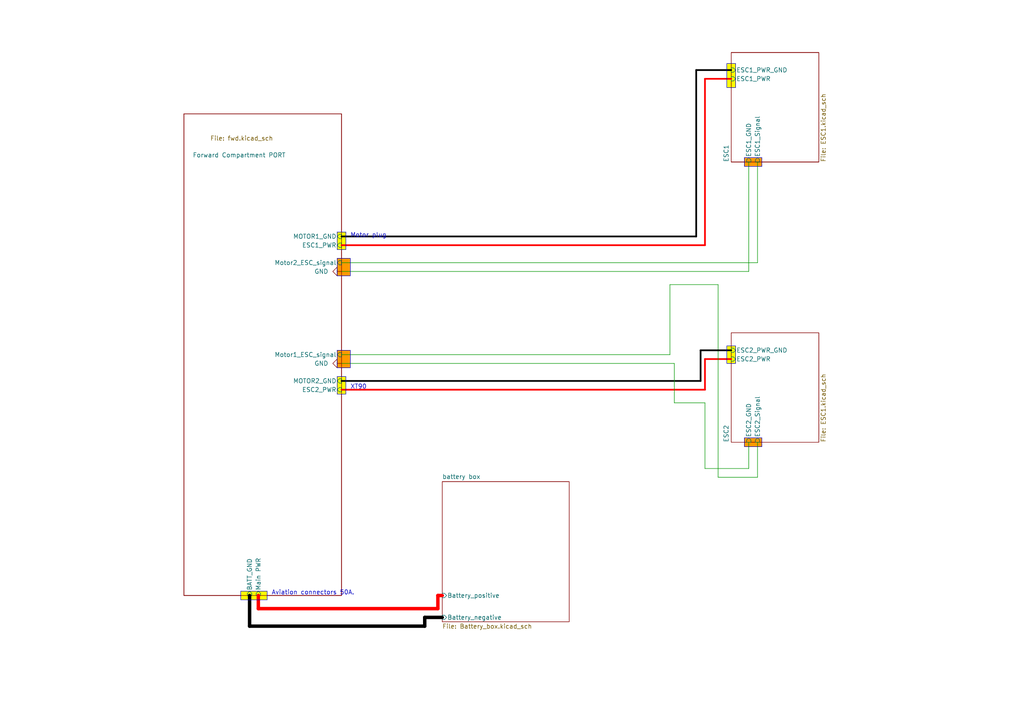
<source format=kicad_sch>
(kicad_sch (version 20230121) (generator eeschema)
  (paper "A4")
  (lib_symbols
    (symbol "power:GND" (power) (pin_names (offset 0))
      (property "Value" "GND" (at 0 -3.81 0))
      (symbol "GND_0_1"
        (polyline (pts (xy 0 0) (xy 0 -1.27) (xy 1.27 -1.27) (xy 0 -2.54) (xy -1.27 -1.27) (xy 0 -1.27)))
      )
      (symbol "GND_1_1"
        (pin power_in line (at 0 0 270) (length 0) hide (name "GND") (number "1"))
      )
    )
  )
  (wire (pts (xy 74.93 172.72) (xy 74.93 176.53)) (stroke (width 1) (color 255 0 0 1)))
  (wire (pts (xy 203.2 101.6) (xy 212.09 101.6)) (stroke (width 0.5) (color 0 0 0 1)))
  (wire (pts (xy 99.06 71.12) (xy 204.47 71.12)) (stroke (width 0.5) (color 255 0 0 1)))
  (wire (pts (xy 201.93 68.58) (xy 99.06 68.58)) (stroke (width 0.5) (color 0 0 0 1)))
  (wire (pts (xy 204.47 116.84) (xy 195.58 116.84)))
  (wire (pts (xy 208.28 138.43) (xy 219.71 138.43)))
  (wire (pts (xy 219.71 138.43) (xy 219.71 128.27)))
  (wire (pts (xy 217.17 135.89) (xy 204.47 135.89)))
  (wire (pts (xy 204.47 22.86) (xy 204.47 71.12)) (stroke (width 0.5) (color 255 0 0 1)))
  (wire (pts (xy 72.39 181.61) (xy 123.19 181.61)) (stroke (width 1) (color 0 0 0 1)))
  (wire (pts (xy 204.47 113.03) (xy 204.47 104.14)) (stroke (width 0.5) (color 255 0 0 1)))
  (wire (pts (xy 217.17 78.74) (xy 217.17 46.99)))
  (wire (pts (xy 99.06 110.49) (xy 203.2 110.49)) (stroke (width 0.5) (color 0 0 0 1)))
  (wire (pts (xy 123.19 181.61) (xy 123.19 179.07)) (stroke (width 1) (color 0 0 0 1)))
  (wire (pts (xy 201.93 20.32) (xy 212.09 20.32)) (stroke (width 0.5) (color 0 0 0 1)))
  (wire (pts (xy 201.93 20.32) (xy 201.93 68.58)) (stroke (width 0.5) (color 0 0 0 1)))
  (wire (pts (xy 219.71 76.2) (xy 219.71 46.99)))
  (wire (pts (xy 204.47 135.89) (xy 204.47 116.84)))
  (wire (pts (xy 195.58 105.41) (xy 99.06 105.41)))
  (wire (pts (xy 204.47 104.14) (xy 212.09 104.14)) (stroke (width 0.5) (color 255 0 0 1)))
  (wire (pts (xy 72.39 181.61) (xy 72.39 172.72)) (stroke (width 1) (color 0 0 0 1)))
  (wire (pts (xy 99.06 76.2) (xy 219.71 76.2)))
  (wire (pts (xy 195.58 116.84) (xy 195.58 105.41)))
  (wire (pts (xy 203.2 110.49) (xy 203.2 101.6)) (stroke (width 0.5) (color 0 0 0 1)))
  (wire (pts (xy 217.17 128.27) (xy 217.17 135.89)))
  (wire (pts (xy 99.06 78.74) (xy 217.17 78.74)))
  (wire (pts (xy 194.31 102.87) (xy 194.31 82.55)))
  (wire (pts (xy 99.06 102.87) (xy 194.31 102.87)))
  (wire (pts (xy 123.19 179.07) (xy 128.27 179.07)) (stroke (width 1) (color 0 0 0 1)))
  (wire (pts (xy 127 176.53) (xy 127 172.72)) (stroke (width 1) (color 255 0 0 1)))
  (wire (pts (xy 194.31 82.55) (xy 208.28 82.55)))
  (wire (pts (xy 208.28 82.55) (xy 208.28 138.43)))
  (wire (pts (xy 204.47 22.86) (xy 212.09 22.86)) (stroke (width 0.5) (color 255 0 0 1)))
  (wire (pts (xy 99.06 113.03) (xy 204.47 113.03)) (stroke (width 0.5) (color 255 0 0 1)))
  (wire (pts (xy 74.93 176.53) (xy 127 176.53)) (stroke (width 1) (color 255 0 0 1)))
  (wire (pts (xy 127 172.72) (xy 128.27 172.72)) (stroke (width 1) (color 255 0 0 1)))
  (rectangle (start 69.85 171.45) (end 77.47 173.99) (fill (type color) (color 255 255 0 1)))
  (rectangle (start 97.79 101.6) (end 101.6 106.68) (fill (type color) (color 255 153 0 1)))
  (rectangle (start 97.79 74.93) (end 101.6 80.01) (fill (type color) (color 255 153 0 1)))
  (rectangle (start 210.82 100.33) (end 213.36 105.41) (fill (type color) (color 255 255 0 1)))
  (rectangle (start 215.9 127) (end 220.98 129.54) (fill (type color) (color 255 153 0 1)))
  (rectangle (start 215.9 45.72) (end 220.98 48.26) (fill (type color) (color 255 153 0 1)))
  (rectangle (start 97.79 109.22) (end 100.33 114.3) (fill (type color) (color 255 255 0 1)))
  (rectangle (start 210.82 18.415) (end 213.36 25.4) (fill (type color) (color 255 255 0 1)))
  (rectangle (start 97.79 67.31) (end 100.33 72.39) (fill (type color) (color 255 255 0 1)))
  (text "Motor plug\n\n" (at 101.6 71.12 0) (effects (font (size 1.27 1.27)) (justify left bottom)))
  (text "Aviation connectors 50A." (at 78.74 172.72 0) (effects (font (size 1.27 1.27)) (justify left bottom)))
  (text "XT90\n" (at 101.6 113.03 0) (effects (font (size 1.27 1.27)) (justify left bottom)))
  (symbol (lib_id "power:GND") (at 99.06 78.74 270) (unit 1)
    (property "Reference" "#PWR018" (effects hide))
    (property "Value" "GND" (at 95.25 78.74 90) (effects (justify right)))
  )
  (symbol (lib_id "power:GND") (at 99.06 105.41 270) (unit 1)
    (property "Reference" "#PWR019" (effects hide))
    (property "Value" "GND" (at 95.25 105.41 90) (effects (justify right)))
  )
  (sheet (at 212.09 15.24) (size 25.4 31.75) (stroke (width 0.1524))
    (property "Sheetname" "ESC1" (at 211.3784 46.99 90) (effects (justify left bottom)))
    (property "Sheetfile" "ESC1.kicad_sch" (at 238.0746 46.99 90) (effects (justify left top)))
    (pin "ESC1_PWR" input (at 212.09 22.86 180))
    (pin "ESC1_GND" input (at 217.17 46.99 270))
    (pin "ESC1_Signal" input (at 219.71 46.99 270))
    (pin "ESC1_PWR_GND" input (at 212.09 20.32 180))
  )
  (sheet (at 128.27 139.7) (size 36.83 40.64) (stroke (width 0.1524))
    (property "Sheetname" "battery box" (at 128.27 138.9884 0) (effects (justify left bottom)))
    (property "Sheetfile" "Battery_box.kicad_sch" (at 128.27 180.9246 0) (effects (justify left top)))
    (pin "Battery_positive" input (at 128.27 172.72 180))
    (pin "Battery_negative" input (at 128.27 179.07 180))
  )
  (sheet (at 212.09 96.52) (size 25.4 31.75) (stroke (width 0.1524))
    (property "Sheetname" "ESC2" (at 211.3784 128.27 90) (effects (justify left bottom)))
    (property "Sheetfile" "ESC1.kicad_sch" (at 238.0746 128.27 90) (effects (justify left top)))
    (pin "ESC2_Signal" input (at 219.71 128.27 270))
    (pin "ESC2_GND" input (at 217.17 128.27 270))
    (pin "ESC2_PWR" input (at 212.09 104.14 180))
    (pin "ESC2_PWR_GND" input (at 212.09 101.6 180))
  )
  (sheet (at 53.34 33.02) (size 45.72 139.7) (stroke (width 0.1524))
    (property "Sheetname" "Forward Compartment PORT" (at 55.88 45.72 0) (effects (justify left bottom)))
    (property "Sheetfile" "fwd.kicad_sch" (at 60.96 39.37 0) (effects (justify left top)))
    (pin "Main PWR" input (at 74.93 172.72 270))
    (pin "BATT_GND" input (at 72.39 172.72 270))
    (pin "ESC2_PWR" input (at 99.06 113.03 0))
    (pin "ESC1_PWR" input (at 99.06 71.12 0))
    (pin "MOTOR2_GND" input (at 99.06 110.49 0))
    (pin "MOTOR1_GND" input (at 99.06 68.58 0))
    (pin "Motor2_ESC_signal" input (at 99.06 76.2 0))
    (pin "Motor1_ESC_signal" input (at 99.06 102.87 0))
  )
)
</source>
